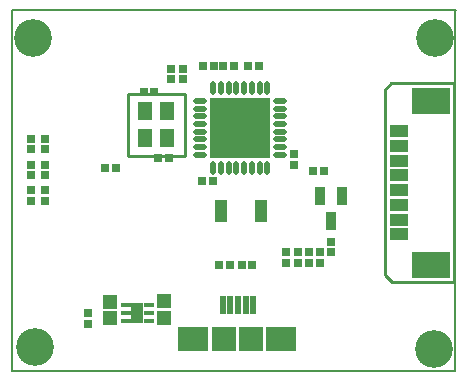
<source format=gts>
%FSLAX25Y25*%
%MOIN*%
G70*
G01*
G75*
G04 Layer_Color=8388736*
%ADD10R,0.11811X0.08268*%
%ADD11R,0.05118X0.03150*%
%ADD12R,0.01969X0.01969*%
%ADD13R,0.01969X0.01969*%
%ADD14R,0.19291X0.19291*%
%ADD15O,0.01378X0.03740*%
%ADD16O,0.03740X0.01378*%
%ADD17R,0.07087X0.07480*%
%ADD18R,0.09055X0.07480*%
%ADD19R,0.01575X0.05512*%
%ADD20R,0.04134X0.05118*%
%ADD21R,0.03150X0.06693*%
%ADD22R,0.02559X0.05315*%
%ADD23R,0.02756X0.01181*%
%ADD24R,0.03504X0.06299*%
%ADD25R,0.03740X0.03740*%
%ADD26R,0.01969X0.02362*%
%ADD27R,0.02362X0.01969*%
%ADD28C,0.01000*%
%ADD29C,0.01575*%
%ADD30C,0.03543*%
%ADD31C,0.03150*%
%ADD32C,0.00787*%
%ADD33C,0.02165*%
%ADD34C,0.11811*%
%ADD35C,0.02598*%
%ADD36R,0.04724X0.05315*%
%ADD37R,0.03937X0.01378*%
%ADD38R,0.19600X0.21400*%
%ADD39C,0.00984*%
%ADD40C,0.00394*%
%ADD41C,0.00591*%
%ADD42C,0.00709*%
%ADD43C,0.00276*%
%ADD44C,0.00291*%
%ADD45R,0.12611X0.09068*%
%ADD46R,0.05918X0.03950*%
%ADD47R,0.02769X0.02769*%
%ADD48R,0.02769X0.02769*%
%ADD49R,0.20091X0.20091*%
%ADD50O,0.02178X0.04540*%
%ADD51O,0.04540X0.02178*%
%ADD52R,0.07887X0.08280*%
%ADD53R,0.09855X0.08280*%
%ADD54R,0.02375X0.06312*%
%ADD55R,0.04934X0.05918*%
%ADD56R,0.03950X0.07493*%
%ADD57R,0.03359X0.06115*%
%ADD58R,0.03386X0.01811*%
%ADD59R,0.04134X0.06929*%
%ADD60R,0.04540X0.04540*%
%ADD61R,0.02769X0.03162*%
%ADD62R,0.03162X0.02769*%
%ADD63C,0.12611*%
D28*
X124100Y31800D02*
Y93700D01*
X126200Y95800D01*
X147200D01*
Y29500D02*
Y95800D01*
X126400Y29500D02*
X147200D01*
X124100Y31800D02*
X126400Y29500D01*
X38705Y92264D02*
X39689D01*
X38705Y71595D02*
Y92264D01*
Y71595D02*
X39689D01*
X57406D01*
Y72579D01*
Y92264D01*
X39689D02*
X57406D01*
D32*
X0Y120100D02*
X147800D01*
X147638Y0D02*
Y120100D01*
X0Y0D02*
X147638D01*
X0D02*
Y120100D01*
D45*
X139700Y35400D02*
D03*
Y89928D02*
D03*
D46*
X128873Y45439D02*
D03*
Y50361D02*
D03*
Y55282D02*
D03*
Y60203D02*
D03*
Y65124D02*
D03*
Y70046D02*
D03*
Y74967D02*
D03*
Y79888D02*
D03*
D47*
X25200Y15620D02*
D03*
Y19164D02*
D03*
X93900Y68721D02*
D03*
Y72264D02*
D03*
X52900Y97120D02*
D03*
Y100664D02*
D03*
X56800Y97120D02*
D03*
Y100664D02*
D03*
X10900Y65121D02*
D03*
Y68664D02*
D03*
Y73821D02*
D03*
Y77364D02*
D03*
X98900Y35921D02*
D03*
Y39464D02*
D03*
X91300Y35921D02*
D03*
Y39464D02*
D03*
X95100Y35921D02*
D03*
Y39464D02*
D03*
X102600Y35921D02*
D03*
Y39464D02*
D03*
X106300Y43080D02*
D03*
Y39536D02*
D03*
X10900Y56721D02*
D03*
Y60264D02*
D03*
D48*
X30920Y67600D02*
D03*
X34464D02*
D03*
X63520Y101700D02*
D03*
X67064D02*
D03*
X73779D02*
D03*
X70236D02*
D03*
X103779Y66500D02*
D03*
X100236D02*
D03*
X78720Y101700D02*
D03*
X82264D02*
D03*
X47280Y92900D02*
D03*
X43736D02*
D03*
X48621Y71000D02*
D03*
X52164D02*
D03*
X63320Y63400D02*
D03*
X66864D02*
D03*
X72579Y35300D02*
D03*
X69036D02*
D03*
D49*
X76000Y81000D02*
D03*
D50*
X79839Y94287D02*
D03*
X72161D02*
D03*
X79839Y67713D02*
D03*
X72161D02*
D03*
X67043Y94287D02*
D03*
X69602D02*
D03*
X67043Y67713D02*
D03*
X69602D02*
D03*
X77280Y94287D02*
D03*
X74721D02*
D03*
X77280Y67713D02*
D03*
X74721D02*
D03*
X84957Y94287D02*
D03*
X82398D02*
D03*
X84957Y67713D02*
D03*
X82398D02*
D03*
D51*
X62713Y84839D02*
D03*
Y77161D02*
D03*
X89287Y84839D02*
D03*
Y77161D02*
D03*
X62713Y89957D02*
D03*
Y87398D02*
D03*
Y82279D02*
D03*
Y79720D02*
D03*
Y72043D02*
D03*
Y74602D02*
D03*
X89287Y89957D02*
D03*
Y87398D02*
D03*
Y82279D02*
D03*
Y79720D02*
D03*
Y72043D02*
D03*
Y74602D02*
D03*
D52*
X79400Y10679D02*
D03*
X70400D02*
D03*
D53*
X60100D02*
D03*
X89600D02*
D03*
D54*
X80336Y21900D02*
D03*
X77777D02*
D03*
X75218D02*
D03*
X72659D02*
D03*
X70100D02*
D03*
D55*
X44216Y86555D02*
D03*
Y77500D02*
D03*
X51500Y86555D02*
D03*
Y77500D02*
D03*
D56*
X69414Y53300D02*
D03*
X82800D02*
D03*
D57*
X106300Y49868D02*
D03*
X102560Y58332D02*
D03*
X110040D02*
D03*
D58*
X37783Y21759D02*
D03*
Y19200D02*
D03*
Y16641D02*
D03*
X45617Y21759D02*
D03*
Y19200D02*
D03*
Y16641D02*
D03*
D59*
X41700Y19200D02*
D03*
D60*
X32700Y23000D02*
D03*
Y17500D02*
D03*
X50700Y23100D02*
D03*
Y17600D02*
D03*
D61*
X6300Y56736D02*
D03*
Y60280D02*
D03*
Y65136D02*
D03*
Y68679D02*
D03*
Y73836D02*
D03*
Y77380D02*
D03*
D62*
X76436Y35300D02*
D03*
X79979D02*
D03*
D63*
X7480Y7874D02*
D03*
X140551Y7087D02*
D03*
X6791Y111024D02*
D03*
X140748D02*
D03*
M02*

</source>
